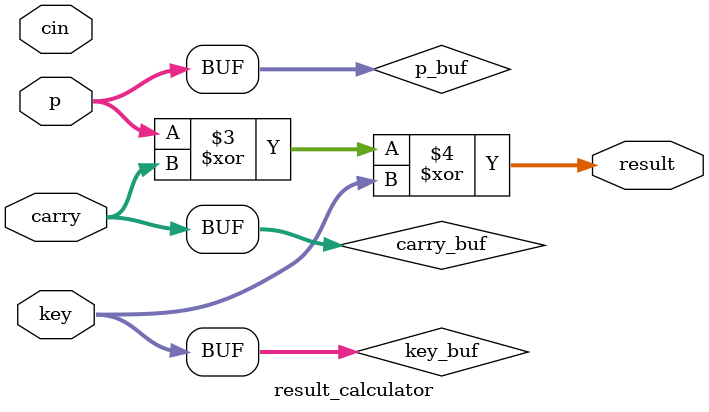
<source format=sv>
module simon_light #(
    parameter ROUNDS = 44
)(
    input clk, load_key,
    input [63:0] block_in,
    input [127:0] key_in,
    output reg [63:0] block_out
);
    // 内部连接信号
    wire [31:0] new_left;
    reg [31:0] left, right;
    
    // 高扇出信号缓冲寄存器
    reg [4:0] rounds_buf1, rounds_buf2;
    reg [127:0] key_in_buf1, key_in_buf2;
    
    // 左右数据缓冲寄存器
    reg [31:0] left_buf1, left_buf2, right_buf1, right_buf2;
    
    // 轮密钥缓冲
    wire [63:0] current_round_key;
    reg [63:0] current_round_key_buf1, current_round_key_buf2;
    
    // 参数缓冲 - 第一级缓冲
    always @(posedge clk) begin
        rounds_buf1 <= ROUNDS[4:0];
        key_in_buf1 <= key_in;
        left_buf1 <= left;
        right_buf1 <= right;
        current_round_key_buf1 <= current_round_key;
    end
    
    // 参数缓冲 - 第二级缓冲
    always @(posedge clk) begin
        rounds_buf2 <= rounds_buf1;
        key_in_buf2 <= key_in_buf1;
        left_buf2 <= left_buf1;
        right_buf2 <= right_buf1;
        current_round_key_buf2 <= current_round_key_buf1;
    end
    
    // 密钥扩展模块例化
    key_expansion #(
        .ROUNDS(ROUNDS)
    ) key_exp_inst (
        .clk(clk),
        .load_key(load_key),
        .key_in(key_in_buf1),  // 使用缓冲的输入
        .current_round_key(current_round_key)
    );
    
    // 加密运算模块例化
    encryption_round enc_round_inst (
        .left(left_buf2),       // 使用缓冲的左半部分
        .right(right_buf2),     // 使用缓冲的右半部分
        .round_key(current_round_key_buf2[31:0]),  // 使用缓冲的轮密钥
        .new_left(new_left)
    );
    
    // 数据处理和输出控制
    always @(posedge clk) begin
        if (!load_key) begin
            left = block_in[63:32];
            right = block_in[31:0];
            
            // 更新输出
            block_out <= {right, new_left};
        end
    end
endmodule

// 密钥扩展模块
module key_expansion #(
    parameter ROUNDS = 44
)(
    input clk,
    input load_key,
    input [127:0] key_in,
    output [63:0] current_round_key
);
    reg [63:0] key_schedule [0:ROUNDS-1];
    integer r;
    
    // 将ROUNDS参数缓存到局部变量,减少扇出
    reg [5:0] rounds_local;
    
    // 密钥扩展中间寄存器,减少扇出
    reg [63:0] prev_key;
    reg [2:0] rotated_bits;
    
    always @(posedge clk) begin
        rounds_local <= ROUNDS;
    end
    
    // 密钥扩展逻辑
    always @(posedge clk) begin
        if (load_key) begin
            key_schedule[0] <= key_in[63:0];
            prev_key <= key_in[63:0];
            
            for(r=1; r<ROUNDS; r=r+1) begin
                if (r == 1) begin
                    // 第一轮使用直接输入
                    rotated_bits <= prev_key[63:61] ^ 3'h5;
                    key_schedule[r][63:3] <= prev_key[60:0];
                    key_schedule[r][2:0] <= prev_key[63:61] ^ 3'h5;
                end else begin
                    // 后续轮使用上一轮计算结果
                    key_schedule[r][63:3] <= key_schedule[r-1][60:0];
                    key_schedule[r][2:0] <= key_schedule[r-1][63:61] ^ 3'h5;
                end
                
                // 更新前一个密钥值用于下一轮
                if (r < ROUNDS-1) begin
                    prev_key <= key_schedule[r];
                end
            end
        end
    end
    
    // 输出当前轮密钥
    assign current_round_key = key_schedule[0];
endmodule

// 加密轮函数模块
module encryption_round (
    input [31:0] left,
    input [31:0] right,
    input [31:0] round_key,
    output [31:0] new_left
);
    wire [31:0] rotated_left;
    
    // 计算左半部分的旋转
    assign rotated_left = (left << 1) | (left >> 31);
    
    // 实例化并行前缀加法器
    prefix_adder adder_inst (
        .a(right),
        .b(rotated_left),
        .cin(1'b0),
        .result(new_left),
        .key(round_key)
    );
endmodule

// 前缀加法器顶层模块
module prefix_adder (
    input [31:0] a,
    input [31:0] b,
    input cin,
    output [31:0] result,
    input [31:0] key
);
    wire [31:0] g, p;          // 基本生成和传播信号
    wire [31:0] carry;         // 进位信号
    wire [31:0] prefix_carry;  // 前缀计算得到的进位
    
    // 寄存器缓冲来减少a、b、key的扇出
    reg [31:0] a_buf, b_buf, key_buf;
    reg cin_buf;
    
    // 输入信号缓冲
    always @(*) begin
        a_buf = a;
        b_buf = b;
        key_buf = key;
        cin_buf = cin;
    end
    
    // 生成基本的生成和传播信号
    prefix_generator pg_inst (
        .a(a_buf),
        .b(b_buf),
        .g(g),
        .p(p)
    );
    
    // 前缀网络计算
    prefix_network pn_inst (
        .g(g),
        .p(p),
        .cin(cin_buf),
        .carry(prefix_carry)
    );
    
    // 计算最终结果
    result_calculator rc_inst (
        .p(p),
        .carry(prefix_carry),
        .cin(cin_buf),
        .key(key_buf),
        .result(result)
    );
endmodule

// 生成基本生成和传播信号模块
module prefix_generator (
    input [31:0] a,
    input [31:0] b,
    output [31:0] g,
    output [31:0] p
);
    // 计算基本生成和传播信号
    assign g = a & b;      // 生成信号
    assign p = a ^ b;      // 传播信号
endmodule

// 前缀网络计算模块 (Kogge-Stone算法)
module prefix_network (
    input [31:0] g,
    input [31:0] p,
    input cin,
    output [31:0] carry
);
    // 对高扇出信号进行缓冲
    reg [31:0] g_buf, p_buf;
    reg cin_buf;
    
    always @(*) begin
        g_buf = g;
        p_buf = p;
        cin_buf = cin;
    end
    
    // 前缀计算中间信号
    wire [31:0] g_z, p_z;  // 第0级前缀
    wire [31:0] g_a, p_a;  // 第1级前缀
    wire [31:0] g_b, p_b;  // 第2级前缀
    wire [31:0] g_c, p_c;  // 第3级前缀
    wire [31:0] g_d, p_d;  // 第4级前缀
    
    // 为扇出较大的前缀信号添加缓冲
    reg [31:0] g_z_buf, p_z_buf;
    reg [31:0] g_a_buf, p_a_buf;
    reg [31:0] g_b_buf, p_b_buf;
    reg [31:0] g_c_buf, p_c_buf;
    
    // 级别0（1位步长）
    assign g_z[0] = g_buf[0] | (p_buf[0] & cin_buf);
    assign p_z[0] = p_buf[0];
    
    genvar i;
    generate
        for (i = 1; i < 32; i = i + 1) begin : level_0
            assign g_z[i] = g_buf[i] | (p_buf[i] & g_buf[i-1]);
            assign p_z[i] = p_buf[i] & p_buf[i-1];
        end
    endgenerate
    
    // 缓冲第0级输出
    always @(*) begin
        g_z_buf = g_z;
        p_z_buf = p_z;
    end
    
    // 级别1（2位步长）
    assign g_a[0] = g_z_buf[0];
    assign p_a[0] = p_z_buf[0];
    assign g_a[1] = g_z_buf[1];
    assign p_a[1] = p_z_buf[1];
    
    generate
        for (i = 2; i < 32; i = i + 1) begin : level_1
            assign g_a[i] = g_z_buf[i] | (p_z_buf[i] & g_z_buf[i-2]);
            assign p_a[i] = p_z_buf[i] & p_z_buf[i-2];
        end
    endgenerate
    
    // 缓冲第1级输出
    always @(*) begin
        g_a_buf = g_a;
        p_a_buf = p_a;
    end
    
    // 级别2（4位步长）
    generate
        for (i = 0; i < 4; i = i + 1) begin : level_2_first
            assign g_b[i] = g_a_buf[i];
            assign p_b[i] = p_a_buf[i];
        end
        
        for (i = 4; i < 32; i = i + 1) begin : level_2_rest
            assign g_b[i] = g_a_buf[i] | (p_a_buf[i] & g_a_buf[i-4]);
            assign p_b[i] = p_a_buf[i] & p_a_buf[i-4];
        end
    endgenerate
    
    // 缓冲第2级输出
    always @(*) begin
        g_b_buf = g_b;
        p_b_buf = p_b;
    end
    
    // 级别3（8位步长）
    generate
        for (i = 0; i < 8; i = i + 1) begin : level_3_first
            assign g_c[i] = g_b_buf[i];
            assign p_c[i] = p_b_buf[i];
        end
        
        for (i = 8; i < 32; i = i + 1) begin : level_3_rest
            assign g_c[i] = g_b_buf[i] | (p_b_buf[i] & g_b_buf[i-8]);
            assign p_c[i] = p_b_buf[i] & p_b_buf[i-8];
        end
    endgenerate
    
    // 缓冲第3级输出
    always @(*) begin
        g_c_buf = g_c;
        p_c_buf = p_c;
    end
    
    // 级别4（16位步长）
    generate
        for (i = 0; i < 16; i = i + 1) begin : level_4_first
            assign g_d[i] = g_c_buf[i];
            assign p_d[i] = p_c_buf[i];
        end
        
        for (i = 16; i < 32; i = i + 1) begin : level_4_rest
            assign g_d[i] = g_c_buf[i] | (p_c_buf[i] & g_c_buf[i-16]);
            assign p_d[i] = p_c_buf[i] & p_c_buf[i-16];
        end
    endgenerate
    
    // 计算进位
    assign carry[0] = cin_buf;
    generate
        for (i = 1; i < 32; i = i + 1) begin : compute_carry
            assign carry[i] = g_d[i-1];
        end
    endgenerate
endmodule

// 结果计算模块
module result_calculator (
    input [31:0] p,
    input [31:0] carry,
    input cin,
    input [31:0] key,
    output [31:0] result
);
    // 对高扇出信号添加缓冲
    reg [31:0] p_buf, carry_buf, key_buf;
    
    always @(*) begin
        p_buf = p;
        carry_buf = carry;
        key_buf = key;
    end
    
    // 计算最终的加法结果与密钥异或
    assign result = (p_buf ^ carry_buf) ^ key_buf;
endmodule
</source>
